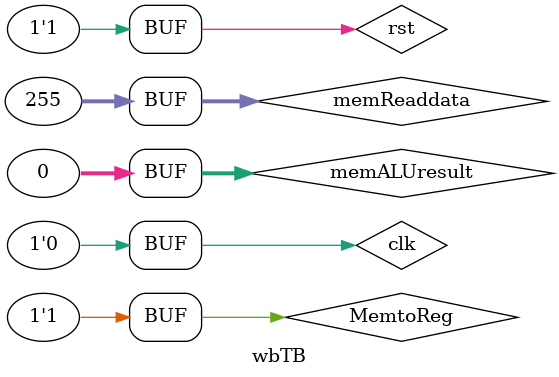
<source format=v>
`timescale 1ns / 1ps
module wbTB();
initial begin
$dumpfile("dump.vcd");
$dumpvars(0, wbTB);
end
reg clk, rst, MemtoReg;
reg [31:0] memReaddata, memALUresult;
wire [31:0] wb_data;
wb u1(clk, rst, MemtoReg, memReaddata, memALUresult, wb_data);
initial begin
clk = 1'b0;
repeat(50) #5 clk = ~clk;
end
initial begin
rst = 1'b1;
MemtoReg = 1'b0;
memReaddata =32'd255;
memALUresult = 32'd0;
#10;
MemtoReg = 1'b1;
end
endmodule

</source>
